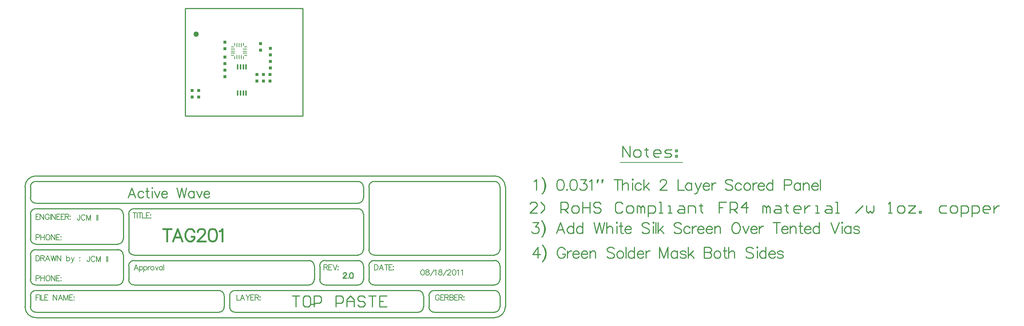
<source format=gtp>
%FSLAX25Y25*%
%MOIN*%
G70*
G01*
G75*
G04 Layer_Color=8421504*
%ADD10R,0.03000X0.03000*%
%ADD11C,0.05000*%
%ADD12R,0.01550X0.05000*%
G04:AMPARAMS|DCode=13|XSize=39.37mil|YSize=9.84mil|CornerRadius=2.46mil|HoleSize=0mil|Usage=FLASHONLY|Rotation=0.000|XOffset=0mil|YOffset=0mil|HoleType=Round|Shape=RoundedRectangle|*
%AMROUNDEDRECTD13*
21,1,0.03937,0.00492,0,0,0.0*
21,1,0.03445,0.00984,0,0,0.0*
1,1,0.00492,0.01722,-0.00246*
1,1,0.00492,-0.01722,-0.00246*
1,1,0.00492,-0.01722,0.00246*
1,1,0.00492,0.01722,0.00246*
%
%ADD13ROUNDEDRECTD13*%
G04:AMPARAMS|DCode=14|XSize=39.37mil|YSize=9.84mil|CornerRadius=2.46mil|HoleSize=0mil|Usage=FLASHONLY|Rotation=90.000|XOffset=0mil|YOffset=0mil|HoleType=Round|Shape=RoundedRectangle|*
%AMROUNDEDRECTD14*
21,1,0.03937,0.00492,0,0,90.0*
21,1,0.03445,0.00984,0,0,90.0*
1,1,0.00492,0.00246,0.01722*
1,1,0.00492,0.00246,-0.01722*
1,1,0.00492,-0.00246,-0.01722*
1,1,0.00492,-0.00246,0.01722*
%
%ADD14ROUNDEDRECTD14*%
G04:AMPARAMS|DCode=15|XSize=25.59mil|YSize=9.84mil|CornerRadius=0mil|HoleSize=0mil|Usage=FLASHONLY|Rotation=90.000|XOffset=0mil|YOffset=0mil|HoleType=Round|Shape=Octagon|*
%AMOCTAGOND15*
4,1,8,0.00246,0.01280,-0.00246,0.01280,-0.00492,0.01034,-0.00492,-0.01034,-0.00246,-0.01280,0.00246,-0.01280,0.00492,-0.01034,0.00492,0.01034,0.00246,0.01280,0.0*
%
%ADD15OCTAGOND15*%

G04:AMPARAMS|DCode=16|XSize=25.59mil|YSize=9.84mil|CornerRadius=0mil|HoleSize=0mil|Usage=FLASHONLY|Rotation=180.000|XOffset=0mil|YOffset=0mil|HoleType=Round|Shape=Octagon|*
%AMOCTAGOND16*
4,1,8,-0.01280,0.00246,-0.01280,-0.00246,-0.01034,-0.00492,0.01034,-0.00492,0.01280,-0.00246,0.01280,0.00246,0.01034,0.00492,-0.01034,0.00492,-0.01280,0.00246,0.0*
%
%ADD16OCTAGOND16*%

%ADD17C,0.01000*%
%ADD18C,0.00800*%
%ADD19C,0.01200*%
%ADD20C,0.02000*%
%ADD21C,0.00500*%
%ADD22C,0.01500*%
%ADD23C,0.00900*%
%ADD24C,0.05200*%
%ADD25R,0.04000X0.06200*%
%ADD26O,0.04000X0.06200*%
%ADD27C,0.05500*%
%ADD28C,0.02600*%
%ADD29R,0.13000X0.34000*%
%ADD30C,0.06000*%
D10*
X6500Y23500D02*
D03*
Y17500D02*
D03*
X12500D02*
D03*
Y23500D02*
D03*
X69000Y66500D02*
D03*
Y60500D02*
D03*
X77900Y38000D02*
D03*
Y32000D02*
D03*
X78000Y50000D02*
D03*
Y44000D02*
D03*
Y56000D02*
D03*
Y62000D02*
D03*
X65900Y32000D02*
D03*
Y38000D02*
D03*
X36400Y48000D02*
D03*
Y54000D02*
D03*
X71900Y32000D02*
D03*
Y38000D02*
D03*
X36500Y42000D02*
D03*
Y36000D02*
D03*
X36400Y67700D02*
D03*
Y61700D02*
D03*
D11*
X10000Y75000D02*
D03*
D12*
X48160Y45000D02*
D03*
X50750D02*
D03*
X53250D02*
D03*
X55840D02*
D03*
Y21000D02*
D03*
X53250D02*
D03*
X50750D02*
D03*
X48160D02*
D03*
D13*
X43900Y59500D02*
D03*
Y61468D02*
D03*
Y57531D02*
D03*
X54805Y61468D02*
D03*
Y59500D02*
D03*
Y57531D02*
D03*
D14*
X51368Y64906D02*
D03*
X49400D02*
D03*
X47431D02*
D03*
X51368Y54000D02*
D03*
X47431D02*
D03*
X49400D02*
D03*
D15*
X53337Y65602D02*
D03*
X45463D02*
D03*
X53337Y53398D02*
D03*
X45463D02*
D03*
D16*
X55502Y63437D02*
D03*
X43298D02*
D03*
X55502Y55563D02*
D03*
X43298D02*
D03*
D17*
X98200Y-165003D02*
X104865D01*
X101532D01*
Y-175000D01*
X113195Y-165003D02*
X109863D01*
X108197Y-166669D01*
Y-173334D01*
X109863Y-175000D01*
X113195D01*
X114861Y-173334D01*
Y-166669D01*
X113195Y-165003D01*
X118193Y-175000D02*
Y-165003D01*
X123192D01*
X124858Y-166669D01*
Y-170002D01*
X123192Y-171668D01*
X118193D01*
X138187Y-175000D02*
Y-165003D01*
X143185D01*
X144852Y-166669D01*
Y-170002D01*
X143185Y-171668D01*
X138187D01*
X148184Y-175000D02*
Y-168335D01*
X151516Y-165003D01*
X154848Y-168335D01*
Y-175000D01*
Y-170002D01*
X148184D01*
X164845Y-166669D02*
X163179Y-165003D01*
X159847D01*
X158181Y-166669D01*
Y-168335D01*
X159847Y-170002D01*
X163179D01*
X164845Y-171668D01*
Y-173334D01*
X163179Y-175000D01*
X159847D01*
X158181Y-173334D01*
X168177Y-165003D02*
X174842D01*
X171510D01*
Y-175000D01*
X184839Y-165003D02*
X178174D01*
Y-175000D01*
X184839D01*
X178174Y-170002D02*
X181506D01*
X0Y98803D02*
X107753D01*
Y-100D02*
Y98803D01*
X114695Y-172498D02*
X118632D01*
X0Y-100D02*
Y98800D01*
Y-100D02*
X107753D01*
X288306Y-137340D02*
G03*
X283406Y-132440I-4900J0D01*
G01*
X173240Y-132514D02*
G03*
X168240Y-137514I0J-5000D01*
G01*
X283306Y-127440D02*
G03*
X288306Y-122440I0J5000D01*
G01*
X168240Y-122514D02*
G03*
X173240Y-127514I5000J0D01*
G01*
X-136760Y-55014D02*
G03*
X-146760Y-65014I0J-10000D01*
G01*
Y-174914D02*
G03*
X-136837Y-185012I10100J0D01*
G01*
X293238Y-64957D02*
G03*
X283238Y-54957I-10000J0D01*
G01*
X288238Y-64857D02*
G03*
X283167Y-59960I-4900J0D01*
G01*
X283306Y-154940D02*
G03*
X288306Y-149940I0J5000D01*
G01*
X288240Y-164927D02*
G03*
X283240Y-160013I-5000J-87D01*
G01*
X158240Y-155014D02*
G03*
X163240Y-150014I0J5000D01*
G01*
X168240Y-150114D02*
G03*
X173225Y-155013I4900J0D01*
G01*
X163240Y-137414D02*
G03*
X158340Y-132514I-4900J0D01*
G01*
X-141760Y-175014D02*
G03*
X-136848Y-180013I5000J0D01*
G01*
X158327Y-127514D02*
G03*
X163241Y-122514I-87J5000D01*
G01*
X-136760Y-160014D02*
G03*
X-141760Y-165014I0J-5000D01*
G01*
X163240Y-90014D02*
G03*
X158240Y-85014I-5000J0D01*
G01*
Y-80014D02*
G03*
X163240Y-75014I0J5000D01*
G01*
X173240Y-60014D02*
G03*
X168240Y-65014I0J-5000D01*
G01*
X163240Y-65014D02*
G03*
X158240Y-60014I-5000J0D01*
G01*
X-136760Y-60014D02*
G03*
X-141760Y-65014I0J-5000D01*
G01*
Y-75014D02*
G03*
X-136760Y-80014I5000J0D01*
G01*
Y-85014D02*
G03*
X-141760Y-90014I0J-5000D01*
G01*
Y-112514D02*
G03*
X-136760Y-117514I5000J0D01*
G01*
Y-122514D02*
G03*
X-141760Y-127514I0J-5000D01*
G01*
X-141760Y-150014D02*
G03*
X-136848Y-155013I5000J0D01*
G01*
X-46760Y-85014D02*
G03*
X-51760Y-90014I0J-5000D01*
G01*
X-46760Y-132514D02*
G03*
X-51760Y-137514I0J-5000D01*
G01*
X128040Y-132514D02*
G03*
X123246Y-137565I0J-4800D01*
G01*
X123240Y-149914D02*
G03*
X128251Y-155013I5100J0D01*
G01*
X113340Y-155014D02*
G03*
X118239Y-150029I0J4900D01*
G01*
X118240Y-137414D02*
G03*
X113340Y-132514I-4900J0D01*
G01*
X-61660Y-155014D02*
G03*
X-56760Y-150114I0J4900D01*
G01*
X-51760D02*
G03*
X-46860Y-155014I4900J0D01*
G01*
X-51760Y-122614D02*
G03*
X-46860Y-127514I4900J0D01*
G01*
X-56760Y-127414D02*
G03*
X-61831Y-122517I-4900J0D01*
G01*
X-61560Y-117514D02*
G03*
X-56760Y-112714I0J4800D01*
G01*
Y-89914D02*
G03*
X-61660Y-85014I-4900J0D01*
G01*
X228240Y-160014D02*
G03*
X223240Y-165014I0J-5000D01*
G01*
Y-175114D02*
G03*
X228225Y-180013I4900J0D01*
G01*
X213356Y-180014D02*
G03*
X218238Y-175047I84J4800D01*
G01*
X218240Y-165014D02*
G03*
X213240Y-160014I-5000J0D01*
G01*
X40740Y-175014D02*
G03*
X45652Y-180013I5000J0D01*
G01*
X45740Y-160014D02*
G03*
X40740Y-165014I0J-5000D01*
G01*
X30856Y-180014D02*
G03*
X35738Y-175047I84J4800D01*
G01*
X35740Y-165014D02*
G03*
X30740Y-160014I-5000J0D01*
G01*
X283240Y-180014D02*
G03*
X288240Y-175014I0J5000D01*
G01*
X283240Y-185014D02*
G03*
X293240Y-175014I0J10000D01*
G01*
X45740Y-180014D02*
X213240D01*
X-136760Y-180014D02*
X30740D01*
X-136760Y-160014D02*
X30740D01*
X45740D02*
X213240D01*
X228240Y-180014D02*
X283240D01*
X228240Y-160014D02*
X283240D01*
X-136760Y-60014D02*
X158240D01*
X-136760Y-185014D02*
X283240D01*
X-136760Y-155014D02*
X-61760D01*
X-136760Y-122514D02*
X-61760D01*
X-136760Y-117514D02*
X-61760D01*
X-136760Y-85014D02*
X-61760D01*
X-136760Y-80014D02*
X158240D01*
X-46760Y-85014D02*
X158240D01*
X-46760Y-132514D02*
X113240D01*
X-46760Y-155014D02*
X113240D01*
X128240D02*
X158240D01*
X128240Y-132514D02*
X158240D01*
X173240Y-155014D02*
X283240D01*
X173240Y-60014D02*
X283240D01*
X-46760Y-127514D02*
X158240D01*
X173240D02*
X283240D01*
X173240Y-132514D02*
X283240D01*
X35740Y-175014D02*
Y-165014D01*
X40740Y-175014D02*
Y-165014D01*
X218240Y-175014D02*
Y-165014D01*
X223240Y-175014D02*
Y-165014D01*
X293240Y-175014D02*
Y-65014D01*
X-141760Y-150014D02*
Y-127514D01*
X-56760Y-150014D02*
Y-127514D01*
X-141760Y-112514D02*
Y-90014D01*
X-56760Y-112514D02*
Y-90014D01*
X-141760Y-75014D02*
Y-65014D01*
X163240Y-75014D02*
Y-65014D01*
Y-122514D02*
Y-90014D01*
X-51760Y-122514D02*
Y-90014D01*
X118240Y-150014D02*
Y-137514D01*
X-51760Y-150014D02*
Y-137514D01*
X123240Y-150014D02*
Y-137514D01*
X163240Y-150014D02*
Y-137514D01*
X-141760Y-175014D02*
Y-165014D01*
X-146760Y-175014D02*
Y-65014D01*
X168240Y-122514D02*
Y-65014D01*
X288240Y-122514D02*
Y-65014D01*
X168240Y-150014D02*
Y-137514D01*
X288306Y-149940D02*
Y-137340D01*
X-136760Y-55014D02*
X283240D01*
X288240Y-175014D02*
Y-165014D01*
X323027Y-120328D02*
X318266Y-126993D01*
X325408D01*
X323027Y-120328D02*
Y-130326D01*
X327169Y-118424D02*
X328121Y-119376D01*
X329073Y-120804D01*
X330026Y-122709D01*
X330502Y-125089D01*
Y-126993D01*
X330026Y-129374D01*
X329073Y-131278D01*
X328121Y-132706D01*
X327169Y-133659D01*
X328121Y-119376D02*
X329073Y-121280D01*
X329549Y-122709D01*
X330026Y-125089D01*
Y-126993D01*
X329549Y-129374D01*
X329073Y-130802D01*
X328121Y-132706D01*
X347926Y-122709D02*
X347450Y-121756D01*
X346498Y-120804D01*
X345546Y-120328D01*
X343642D01*
X342689Y-120804D01*
X341737Y-121756D01*
X341261Y-122709D01*
X340785Y-124137D01*
Y-126517D01*
X341261Y-127945D01*
X341737Y-128898D01*
X342689Y-129850D01*
X343642Y-130326D01*
X345546D01*
X346498Y-129850D01*
X347450Y-128898D01*
X347926Y-127945D01*
Y-126517D01*
X345546D02*
X347926D01*
X350212Y-123661D02*
Y-130326D01*
Y-126517D02*
X350688Y-125089D01*
X351640Y-124137D01*
X352592Y-123661D01*
X354020D01*
X354925Y-126517D02*
X360638D01*
Y-125565D01*
X360162Y-124613D01*
X359686Y-124137D01*
X358734Y-123661D01*
X357305D01*
X356353Y-124137D01*
X355401Y-125089D01*
X354925Y-126517D01*
Y-127470D01*
X355401Y-128898D01*
X356353Y-129850D01*
X357305Y-130326D01*
X358734D01*
X359686Y-129850D01*
X360638Y-128898D01*
X362780Y-126517D02*
X368494D01*
Y-125565D01*
X368017Y-124613D01*
X367541Y-124137D01*
X366589Y-123661D01*
X365161D01*
X364209Y-124137D01*
X363257Y-125089D01*
X362780Y-126517D01*
Y-127470D01*
X363257Y-128898D01*
X364209Y-129850D01*
X365161Y-130326D01*
X366589D01*
X367541Y-129850D01*
X368494Y-128898D01*
X370636Y-123661D02*
Y-130326D01*
Y-125565D02*
X372064Y-124137D01*
X373016Y-123661D01*
X374445D01*
X375397Y-124137D01*
X375873Y-125565D01*
Y-130326D01*
X393012Y-121756D02*
X392060Y-120804D01*
X390632Y-120328D01*
X388727D01*
X387299Y-120804D01*
X386347Y-121756D01*
Y-122709D01*
X386823Y-123661D01*
X387299Y-124137D01*
X388251Y-124613D01*
X391108Y-125565D01*
X392060Y-126041D01*
X392536Y-126517D01*
X393012Y-127470D01*
Y-128898D01*
X392060Y-129850D01*
X390632Y-130326D01*
X388727D01*
X387299Y-129850D01*
X386347Y-128898D01*
X397630Y-123661D02*
X396678Y-124137D01*
X395726Y-125089D01*
X395250Y-126517D01*
Y-127470D01*
X395726Y-128898D01*
X396678Y-129850D01*
X397630Y-130326D01*
X399058D01*
X400010Y-129850D01*
X400963Y-128898D01*
X401439Y-127470D01*
Y-126517D01*
X400963Y-125089D01*
X400010Y-124137D01*
X399058Y-123661D01*
X397630D01*
X403629Y-120328D02*
Y-130326D01*
X411437Y-120328D02*
Y-130326D01*
Y-125089D02*
X410485Y-124137D01*
X409532Y-123661D01*
X408104D01*
X407152Y-124137D01*
X406200Y-125089D01*
X405724Y-126517D01*
Y-127470D01*
X406200Y-128898D01*
X407152Y-129850D01*
X408104Y-130326D01*
X409532D01*
X410485Y-129850D01*
X411437Y-128898D01*
X414103Y-126517D02*
X419816D01*
Y-125565D01*
X419340Y-124613D01*
X418864Y-124137D01*
X417911Y-123661D01*
X416483D01*
X415531Y-124137D01*
X414579Y-125089D01*
X414103Y-126517D01*
Y-127470D01*
X414579Y-128898D01*
X415531Y-129850D01*
X416483Y-130326D01*
X417911D01*
X418864Y-129850D01*
X419816Y-128898D01*
X421958Y-123661D02*
Y-130326D01*
Y-126517D02*
X422434Y-125089D01*
X423386Y-124137D01*
X424339Y-123661D01*
X425767D01*
X434527Y-120328D02*
Y-130326D01*
Y-120328D02*
X438336Y-130326D01*
X442144Y-120328D02*
X438336Y-130326D01*
X442144Y-120328D02*
Y-130326D01*
X450714Y-123661D02*
Y-130326D01*
Y-125089D02*
X449762Y-124137D01*
X448810Y-123661D01*
X447381D01*
X446429Y-124137D01*
X445477Y-125089D01*
X445001Y-126517D01*
Y-127470D01*
X445477Y-128898D01*
X446429Y-129850D01*
X447381Y-130326D01*
X448810D01*
X449762Y-129850D01*
X450714Y-128898D01*
X458617Y-125089D02*
X458141Y-124137D01*
X456713Y-123661D01*
X455284D01*
X453856Y-124137D01*
X453380Y-125089D01*
X453856Y-126041D01*
X454808Y-126517D01*
X457189Y-126993D01*
X458141Y-127470D01*
X458617Y-128422D01*
Y-128898D01*
X458141Y-129850D01*
X456713Y-130326D01*
X455284D01*
X453856Y-129850D01*
X453380Y-128898D01*
X460712Y-120328D02*
Y-130326D01*
X465473Y-123661D02*
X460712Y-128422D01*
X462616Y-126517D02*
X465949Y-130326D01*
X475375Y-120328D02*
Y-130326D01*
Y-120328D02*
X479660D01*
X481088Y-120804D01*
X481565Y-121280D01*
X482041Y-122232D01*
Y-123185D01*
X481565Y-124137D01*
X481088Y-124613D01*
X479660Y-125089D01*
X475375D02*
X479660D01*
X481088Y-125565D01*
X481565Y-126041D01*
X482041Y-126993D01*
Y-128422D01*
X481565Y-129374D01*
X481088Y-129850D01*
X479660Y-130326D01*
X475375D01*
X486659Y-123661D02*
X485707Y-124137D01*
X484754Y-125089D01*
X484278Y-126517D01*
Y-127470D01*
X484754Y-128898D01*
X485707Y-129850D01*
X486659Y-130326D01*
X488087D01*
X489039Y-129850D01*
X489991Y-128898D01*
X490467Y-127470D01*
Y-126517D01*
X489991Y-125089D01*
X489039Y-124137D01*
X488087Y-123661D01*
X486659D01*
X494086Y-120328D02*
Y-128422D01*
X494562Y-129850D01*
X495514Y-130326D01*
X496466D01*
X492657Y-123661D02*
X495990D01*
X497894Y-120328D02*
Y-130326D01*
Y-125565D02*
X499323Y-124137D01*
X500275Y-123661D01*
X501703D01*
X502655Y-124137D01*
X503131Y-125565D01*
Y-130326D01*
X520270Y-121756D02*
X519318Y-120804D01*
X517890Y-120328D01*
X515986D01*
X514557Y-120804D01*
X513605Y-121756D01*
Y-122709D01*
X514081Y-123661D01*
X514557Y-124137D01*
X515510Y-124613D01*
X518366Y-125565D01*
X519318Y-126041D01*
X519794Y-126517D01*
X520270Y-127470D01*
Y-128898D01*
X519318Y-129850D01*
X517890Y-130326D01*
X515986D01*
X514557Y-129850D01*
X513605Y-128898D01*
X523460Y-120328D02*
X523936Y-120804D01*
X524412Y-120328D01*
X523936Y-119852D01*
X523460Y-120328D01*
X523936Y-123661D02*
Y-130326D01*
X531887Y-120328D02*
Y-130326D01*
Y-125089D02*
X530935Y-124137D01*
X529983Y-123661D01*
X528554D01*
X527602Y-124137D01*
X526650Y-125089D01*
X526174Y-126517D01*
Y-127470D01*
X526650Y-128898D01*
X527602Y-129850D01*
X528554Y-130326D01*
X529983D01*
X530935Y-129850D01*
X531887Y-128898D01*
X534553Y-126517D02*
X540266D01*
Y-125565D01*
X539790Y-124613D01*
X539314Y-124137D01*
X538362Y-123661D01*
X536934D01*
X535981Y-124137D01*
X535029Y-125089D01*
X534553Y-126517D01*
Y-127470D01*
X535029Y-128898D01*
X535981Y-129850D01*
X536934Y-130326D01*
X538362D01*
X539314Y-129850D01*
X540266Y-128898D01*
X547646Y-125089D02*
X547169Y-124137D01*
X545741Y-123661D01*
X544313D01*
X542885Y-124137D01*
X542409Y-125089D01*
X542885Y-126041D01*
X543837Y-126517D01*
X546217Y-126993D01*
X547169Y-127470D01*
X547646Y-128422D01*
Y-128898D01*
X547169Y-129850D01*
X545741Y-130326D01*
X544313D01*
X542885Y-129850D01*
X542409Y-128898D01*
X400874Y-37626D02*
Y-27629D01*
X407538Y-37626D01*
Y-27629D01*
X412537Y-37626D02*
X415869D01*
X417535Y-35960D01*
Y-32628D01*
X415869Y-30962D01*
X412537D01*
X410871Y-32628D01*
Y-35960D01*
X412537Y-37626D01*
X422533Y-29295D02*
Y-30962D01*
X420867D01*
X424199D01*
X422533D01*
Y-35960D01*
X424199Y-37626D01*
X434196D02*
X430864D01*
X429198Y-35960D01*
Y-32628D01*
X430864Y-30962D01*
X434196D01*
X435862Y-32628D01*
Y-34294D01*
X429198D01*
X439195Y-37626D02*
X444193D01*
X445859Y-35960D01*
X444193Y-34294D01*
X440861D01*
X439195Y-32628D01*
X440861Y-30962D01*
X445859D01*
X449192D02*
X450858D01*
Y-32628D01*
X449192D01*
Y-30962D01*
Y-35960D02*
X450858D01*
Y-37626D01*
X449192D01*
Y-35960D01*
X319372Y-60042D02*
X320324Y-59566D01*
X321753Y-58138D01*
Y-68135D01*
X326704Y-56233D02*
X327656Y-57185D01*
X328608Y-58614D01*
X329560Y-60518D01*
X330037Y-62898D01*
Y-64803D01*
X329560Y-67183D01*
X328608Y-69087D01*
X327656Y-70516D01*
X326704Y-71468D01*
X327656Y-57185D02*
X328608Y-59090D01*
X329084Y-60518D01*
X329560Y-62898D01*
Y-64803D01*
X329084Y-67183D01*
X328608Y-68611D01*
X327656Y-70516D01*
X343177Y-58138D02*
X341748Y-58614D01*
X340796Y-60042D01*
X340320Y-62422D01*
Y-63850D01*
X340796Y-66231D01*
X341748Y-67659D01*
X343177Y-68135D01*
X344129D01*
X345557Y-67659D01*
X346509Y-66231D01*
X346985Y-63850D01*
Y-62422D01*
X346509Y-60042D01*
X345557Y-58614D01*
X344129Y-58138D01*
X343177D01*
X349699Y-67183D02*
X349223Y-67659D01*
X349699Y-68135D01*
X350175Y-67659D01*
X349699Y-67183D01*
X355222Y-58138D02*
X353793Y-58614D01*
X352841Y-60042D01*
X352365Y-62422D01*
Y-63850D01*
X352841Y-66231D01*
X353793Y-67659D01*
X355222Y-68135D01*
X356174D01*
X357602Y-67659D01*
X358554Y-66231D01*
X359030Y-63850D01*
Y-62422D01*
X358554Y-60042D01*
X357602Y-58614D01*
X356174Y-58138D01*
X355222D01*
X362220D02*
X367457D01*
X364601Y-61946D01*
X366029D01*
X366981Y-62422D01*
X367457Y-62898D01*
X367933Y-64327D01*
Y-65279D01*
X367457Y-66707D01*
X366505Y-67659D01*
X365077Y-68135D01*
X363648D01*
X362220Y-67659D01*
X361744Y-67183D01*
X361268Y-66231D01*
X370171Y-60042D02*
X371123Y-59566D01*
X372551Y-58138D01*
Y-68135D01*
X377979Y-58138D02*
X377503Y-58614D01*
Y-61470D01*
X377979Y-58614D02*
X377503Y-61470D01*
X377979Y-58138D02*
X378455Y-58614D01*
X377503Y-61470D01*
X382263Y-58138D02*
X381787Y-58614D01*
Y-61470D01*
X382263Y-58614D02*
X381787Y-61470D01*
X382263Y-58138D02*
X382740Y-58614D01*
X381787Y-61470D01*
X396022Y-58138D02*
Y-68135D01*
X392690Y-58138D02*
X399355D01*
X400545D02*
Y-68135D01*
Y-63374D02*
X401973Y-61946D01*
X402926Y-61470D01*
X404354D01*
X405306Y-61946D01*
X405782Y-63374D01*
Y-68135D01*
X409353Y-58138D02*
X409829Y-58614D01*
X410305Y-58138D01*
X409829Y-57661D01*
X409353Y-58138D01*
X409829Y-61470D02*
Y-68135D01*
X417780Y-62898D02*
X416827Y-61946D01*
X415875Y-61470D01*
X414447D01*
X413495Y-61946D01*
X412543Y-62898D01*
X412067Y-64327D01*
Y-65279D01*
X412543Y-66707D01*
X413495Y-67659D01*
X414447Y-68135D01*
X415875D01*
X416827Y-67659D01*
X417780Y-66707D01*
X419922Y-58138D02*
Y-68135D01*
X424683Y-61470D02*
X419922Y-66231D01*
X421826Y-64327D02*
X425159Y-68135D01*
X435062Y-60518D02*
Y-60042D01*
X435538Y-59090D01*
X436014Y-58614D01*
X436966Y-58138D01*
X438870D01*
X439823Y-58614D01*
X440299Y-59090D01*
X440775Y-60042D01*
Y-60994D01*
X440299Y-61946D01*
X439347Y-63374D01*
X434586Y-68135D01*
X441251D01*
X451344Y-58138D02*
Y-68135D01*
X457057D01*
X463865Y-61470D02*
Y-68135D01*
Y-62898D02*
X462913Y-61946D01*
X461961Y-61470D01*
X460532D01*
X459580Y-61946D01*
X458628Y-62898D01*
X458152Y-64327D01*
Y-65279D01*
X458628Y-66707D01*
X459580Y-67659D01*
X460532Y-68135D01*
X461961D01*
X462913Y-67659D01*
X463865Y-66707D01*
X467007Y-61470D02*
X469864Y-68135D01*
X472720Y-61470D02*
X469864Y-68135D01*
X468912Y-70040D01*
X467959Y-70992D01*
X467007Y-71468D01*
X466531D01*
X474387Y-64327D02*
X480100D01*
Y-63374D01*
X479624Y-62422D01*
X479147Y-61946D01*
X478195Y-61470D01*
X476767D01*
X475815Y-61946D01*
X474863Y-62898D01*
X474387Y-64327D01*
Y-65279D01*
X474863Y-66707D01*
X475815Y-67659D01*
X476767Y-68135D01*
X478195D01*
X479147Y-67659D01*
X480100Y-66707D01*
X482242Y-61470D02*
Y-68135D01*
Y-64327D02*
X482718Y-62898D01*
X483670Y-61946D01*
X484622Y-61470D01*
X486051D01*
X501476Y-59566D02*
X500524Y-58614D01*
X499096Y-58138D01*
X497191D01*
X495763Y-58614D01*
X494811Y-59566D01*
Y-60518D01*
X495287Y-61470D01*
X495763Y-61946D01*
X496715Y-62422D01*
X499572Y-63374D01*
X500524Y-63850D01*
X501000Y-64327D01*
X501476Y-65279D01*
Y-66707D01*
X500524Y-67659D01*
X499096Y-68135D01*
X497191D01*
X495763Y-67659D01*
X494811Y-66707D01*
X509427Y-62898D02*
X508474Y-61946D01*
X507522Y-61470D01*
X506094D01*
X505142Y-61946D01*
X504190Y-62898D01*
X503714Y-64327D01*
Y-65279D01*
X504190Y-66707D01*
X505142Y-67659D01*
X506094Y-68135D01*
X507522D01*
X508474Y-67659D01*
X509427Y-66707D01*
X513949Y-61470D02*
X512997Y-61946D01*
X512045Y-62898D01*
X511569Y-64327D01*
Y-65279D01*
X512045Y-66707D01*
X512997Y-67659D01*
X513949Y-68135D01*
X515378D01*
X516330Y-67659D01*
X517282Y-66707D01*
X517758Y-65279D01*
Y-64327D01*
X517282Y-62898D01*
X516330Y-61946D01*
X515378Y-61470D01*
X513949D01*
X519948D02*
Y-68135D01*
Y-64327D02*
X520424Y-62898D01*
X521377Y-61946D01*
X522329Y-61470D01*
X523757D01*
X524661Y-64327D02*
X530375D01*
Y-63374D01*
X529899Y-62422D01*
X529422Y-61946D01*
X528470Y-61470D01*
X527042D01*
X526090Y-61946D01*
X525138Y-62898D01*
X524661Y-64327D01*
Y-65279D01*
X525138Y-66707D01*
X526090Y-67659D01*
X527042Y-68135D01*
X528470D01*
X529422Y-67659D01*
X530375Y-66707D01*
X538230Y-58138D02*
Y-68135D01*
Y-62898D02*
X537278Y-61946D01*
X536326Y-61470D01*
X534898D01*
X533945Y-61946D01*
X532993Y-62898D01*
X532517Y-64327D01*
Y-65279D01*
X532993Y-66707D01*
X533945Y-67659D01*
X534898Y-68135D01*
X536326D01*
X537278Y-67659D01*
X538230Y-66707D01*
X548752Y-63374D02*
X553036D01*
X554465Y-62898D01*
X554941Y-62422D01*
X555417Y-61470D01*
Y-60042D01*
X554941Y-59090D01*
X554465Y-58614D01*
X553036Y-58138D01*
X548752D01*
Y-68135D01*
X563368Y-61470D02*
Y-68135D01*
Y-62898D02*
X562415Y-61946D01*
X561463Y-61470D01*
X560035D01*
X559083Y-61946D01*
X558131Y-62898D01*
X557654Y-64327D01*
Y-65279D01*
X558131Y-66707D01*
X559083Y-67659D01*
X560035Y-68135D01*
X561463D01*
X562415Y-67659D01*
X563368Y-66707D01*
X566034Y-61470D02*
Y-68135D01*
Y-63374D02*
X567462Y-61946D01*
X568414Y-61470D01*
X569842D01*
X570794Y-61946D01*
X571271Y-63374D01*
Y-68135D01*
X573889Y-64327D02*
X579602D01*
Y-63374D01*
X579126Y-62422D01*
X578650Y-61946D01*
X577698Y-61470D01*
X576269D01*
X575317Y-61946D01*
X574365Y-62898D01*
X573889Y-64327D01*
Y-65279D01*
X574365Y-66707D01*
X575317Y-67659D01*
X576269Y-68135D01*
X577698D01*
X578650Y-67659D01*
X579602Y-66707D01*
X581745Y-58138D02*
Y-68135D01*
X318352Y-97802D02*
X323589D01*
X320733Y-101611D01*
X322161D01*
X323113Y-102087D01*
X323589Y-102563D01*
X324065Y-103991D01*
Y-104944D01*
X323589Y-106372D01*
X322637Y-107324D01*
X321209Y-107800D01*
X319780D01*
X318352Y-107324D01*
X317876Y-106848D01*
X317400Y-105896D01*
X326303Y-95898D02*
X327255Y-96850D01*
X328207Y-98278D01*
X329159Y-100183D01*
X329636Y-102563D01*
Y-104467D01*
X329159Y-106848D01*
X328207Y-108752D01*
X327255Y-110180D01*
X326303Y-111133D01*
X327255Y-96850D02*
X328207Y-98754D01*
X328683Y-100183D01*
X329159Y-102563D01*
Y-104467D01*
X328683Y-106848D01*
X328207Y-108276D01*
X327255Y-110180D01*
X347536Y-107800D02*
X343728Y-97802D01*
X339919Y-107800D01*
X341347Y-104467D02*
X346108D01*
X355582Y-97802D02*
Y-107800D01*
Y-102563D02*
X354630Y-101611D01*
X353678Y-101135D01*
X352250D01*
X351297Y-101611D01*
X350345Y-102563D01*
X349869Y-103991D01*
Y-104944D01*
X350345Y-106372D01*
X351297Y-107324D01*
X352250Y-107800D01*
X353678D01*
X354630Y-107324D01*
X355582Y-106372D01*
X363962Y-97802D02*
Y-107800D01*
Y-102563D02*
X363009Y-101611D01*
X362057Y-101135D01*
X360629D01*
X359677Y-101611D01*
X358724Y-102563D01*
X358248Y-103991D01*
Y-104944D01*
X358724Y-106372D01*
X359677Y-107324D01*
X360629Y-107800D01*
X362057D01*
X363009Y-107324D01*
X363962Y-106372D01*
X374483Y-97802D02*
X376864Y-107800D01*
X379244Y-97802D02*
X376864Y-107800D01*
X379244Y-97802D02*
X381624Y-107800D01*
X384005Y-97802D02*
X381624Y-107800D01*
X386004Y-97802D02*
Y-107800D01*
Y-103039D02*
X387433Y-101611D01*
X388385Y-101135D01*
X389813D01*
X390765Y-101611D01*
X391241Y-103039D01*
Y-107800D01*
X394812Y-97802D02*
X395288Y-98278D01*
X395764Y-97802D01*
X395288Y-97326D01*
X394812Y-97802D01*
X395288Y-101135D02*
Y-107800D01*
X398954Y-97802D02*
Y-105896D01*
X399430Y-107324D01*
X400382Y-107800D01*
X401334D01*
X397526Y-101135D02*
X400858D01*
X402763Y-103991D02*
X408476D01*
Y-103039D01*
X408000Y-102087D01*
X407523Y-101611D01*
X406571Y-101135D01*
X405143D01*
X404191Y-101611D01*
X403239Y-102563D01*
X402763Y-103991D01*
Y-104944D01*
X403239Y-106372D01*
X404191Y-107324D01*
X405143Y-107800D01*
X406571D01*
X407523Y-107324D01*
X408476Y-106372D01*
X425139Y-99230D02*
X424187Y-98278D01*
X422758Y-97802D01*
X420854D01*
X419426Y-98278D01*
X418474Y-99230D01*
Y-100183D01*
X418950Y-101135D01*
X419426Y-101611D01*
X420378Y-102087D01*
X423235Y-103039D01*
X424187Y-103515D01*
X424663Y-103991D01*
X425139Y-104944D01*
Y-106372D01*
X424187Y-107324D01*
X422758Y-107800D01*
X420854D01*
X419426Y-107324D01*
X418474Y-106372D01*
X428329Y-97802D02*
X428805Y-98278D01*
X429281Y-97802D01*
X428805Y-97326D01*
X428329Y-97802D01*
X428805Y-101135D02*
Y-107800D01*
X431042Y-97802D02*
Y-107800D01*
X433137Y-97802D02*
Y-107800D01*
X437898Y-101135D02*
X433137Y-105896D01*
X435041Y-103991D02*
X438374Y-107800D01*
X454466Y-99230D02*
X453514Y-98278D01*
X452085Y-97802D01*
X450181D01*
X448753Y-98278D01*
X447801Y-99230D01*
Y-100183D01*
X448277Y-101135D01*
X448753Y-101611D01*
X449705Y-102087D01*
X452562Y-103039D01*
X453514Y-103515D01*
X453990Y-103991D01*
X454466Y-104944D01*
Y-106372D01*
X453514Y-107324D01*
X452085Y-107800D01*
X450181D01*
X448753Y-107324D01*
X447801Y-106372D01*
X462417Y-102563D02*
X461464Y-101611D01*
X460512Y-101135D01*
X459084D01*
X458132Y-101611D01*
X457180Y-102563D01*
X456704Y-103991D01*
Y-104944D01*
X457180Y-106372D01*
X458132Y-107324D01*
X459084Y-107800D01*
X460512D01*
X461464Y-107324D01*
X462417Y-106372D01*
X464559Y-101135D02*
Y-107800D01*
Y-103991D02*
X465035Y-102563D01*
X465987Y-101611D01*
X466939Y-101135D01*
X468368D01*
X469272Y-103991D02*
X474985D01*
Y-103039D01*
X474509Y-102087D01*
X474033Y-101611D01*
X473081Y-101135D01*
X471653D01*
X470701Y-101611D01*
X469748Y-102563D01*
X469272Y-103991D01*
Y-104944D01*
X469748Y-106372D01*
X470701Y-107324D01*
X471653Y-107800D01*
X473081D01*
X474033Y-107324D01*
X474985Y-106372D01*
X477128Y-103991D02*
X482841D01*
Y-103039D01*
X482365Y-102087D01*
X481889Y-101611D01*
X480936Y-101135D01*
X479508D01*
X478556Y-101611D01*
X477604Y-102563D01*
X477128Y-103991D01*
Y-104944D01*
X477604Y-106372D01*
X478556Y-107324D01*
X479508Y-107800D01*
X480936D01*
X481889Y-107324D01*
X482841Y-106372D01*
X484983Y-101135D02*
Y-107800D01*
Y-103039D02*
X486411Y-101611D01*
X487364Y-101135D01*
X488792D01*
X489744Y-101611D01*
X490220Y-103039D01*
Y-107800D01*
X503551Y-97802D02*
X502598Y-98278D01*
X501646Y-99230D01*
X501170Y-100183D01*
X500694Y-101611D01*
Y-103991D01*
X501170Y-105420D01*
X501646Y-106372D01*
X502598Y-107324D01*
X503551Y-107800D01*
X505455D01*
X506407Y-107324D01*
X507359Y-106372D01*
X507835Y-105420D01*
X508312Y-103991D01*
Y-101611D01*
X507835Y-100183D01*
X507359Y-99230D01*
X506407Y-98278D01*
X505455Y-97802D01*
X503551D01*
X510644Y-101135D02*
X513501Y-107800D01*
X516357Y-101135D02*
X513501Y-107800D01*
X517976Y-103991D02*
X523689D01*
Y-103039D01*
X523213Y-102087D01*
X522737Y-101611D01*
X521785Y-101135D01*
X520357D01*
X519404Y-101611D01*
X518452Y-102563D01*
X517976Y-103991D01*
Y-104944D01*
X518452Y-106372D01*
X519404Y-107324D01*
X520357Y-107800D01*
X521785D01*
X522737Y-107324D01*
X523689Y-106372D01*
X525832Y-101135D02*
Y-107800D01*
Y-103991D02*
X526308Y-102563D01*
X527260Y-101611D01*
X528212Y-101135D01*
X529640D01*
X541733Y-97802D02*
Y-107800D01*
X538400Y-97802D02*
X545065D01*
X546256Y-103991D02*
X551969D01*
Y-103039D01*
X551493Y-102087D01*
X551017Y-101611D01*
X550064Y-101135D01*
X548636D01*
X547684Y-101611D01*
X546732Y-102563D01*
X546256Y-103991D01*
Y-104944D01*
X546732Y-106372D01*
X547684Y-107324D01*
X548636Y-107800D01*
X550064D01*
X551017Y-107324D01*
X551969Y-106372D01*
X554111Y-101135D02*
Y-107800D01*
Y-103039D02*
X555540Y-101611D01*
X556492Y-101135D01*
X557920D01*
X558872Y-101611D01*
X559348Y-103039D01*
Y-107800D01*
X563395Y-97802D02*
Y-105896D01*
X563871Y-107324D01*
X564823Y-107800D01*
X565775D01*
X561967Y-101135D02*
X565299D01*
X567204Y-103991D02*
X572917D01*
Y-103039D01*
X572441Y-102087D01*
X571965Y-101611D01*
X571012Y-101135D01*
X569584D01*
X568632Y-101611D01*
X567680Y-102563D01*
X567204Y-103991D01*
Y-104944D01*
X567680Y-106372D01*
X568632Y-107324D01*
X569584Y-107800D01*
X571012D01*
X571965Y-107324D01*
X572917Y-106372D01*
X580772Y-97802D02*
Y-107800D01*
Y-102563D02*
X579820Y-101611D01*
X578868Y-101135D01*
X577439D01*
X576487Y-101611D01*
X575535Y-102563D01*
X575059Y-103991D01*
Y-104944D01*
X575535Y-106372D01*
X576487Y-107324D01*
X577439Y-107800D01*
X578868D01*
X579820Y-107324D01*
X580772Y-106372D01*
X591294Y-97802D02*
X595102Y-107800D01*
X598911Y-97802D02*
X595102Y-107800D01*
X601149Y-97802D02*
X601625Y-98278D01*
X602101Y-97802D01*
X601625Y-97326D01*
X601149Y-97802D01*
X601625Y-101135D02*
Y-107800D01*
X609576Y-101135D02*
Y-107800D01*
Y-102563D02*
X608623Y-101611D01*
X607671Y-101135D01*
X606243D01*
X605291Y-101611D01*
X604339Y-102563D01*
X603862Y-103991D01*
Y-104944D01*
X604339Y-106372D01*
X605291Y-107324D01*
X606243Y-107800D01*
X607671D01*
X608623Y-107324D01*
X609576Y-106372D01*
X617479Y-102563D02*
X617002Y-101611D01*
X615574Y-101135D01*
X614146D01*
X612718Y-101611D01*
X612242Y-102563D01*
X612718Y-103515D01*
X613670Y-103991D01*
X616050Y-104467D01*
X617002Y-104944D01*
X617479Y-105896D01*
Y-106372D01*
X617002Y-107324D01*
X615574Y-107800D01*
X614146D01*
X612718Y-107324D01*
X612242Y-106372D01*
X322463Y-88942D02*
X315798D01*
X322463Y-82278D01*
Y-80612D01*
X320797Y-78946D01*
X317465D01*
X315798Y-80612D01*
X325795Y-88942D02*
X329128Y-85610D01*
Y-82278D01*
X325795Y-78946D01*
X344123Y-88942D02*
Y-78946D01*
X349121D01*
X350787Y-80612D01*
Y-83944D01*
X349121Y-85610D01*
X344123D01*
X347455D02*
X350787Y-88942D01*
X355785D02*
X359118D01*
X360784Y-87276D01*
Y-83944D01*
X359118Y-82278D01*
X355785D01*
X354119Y-83944D01*
Y-87276D01*
X355785Y-88942D01*
X364116Y-78946D02*
Y-88942D01*
Y-83944D01*
X370781D01*
Y-78946D01*
Y-88942D01*
X380777Y-80612D02*
X379111Y-78946D01*
X375779D01*
X374113Y-80612D01*
Y-82278D01*
X375779Y-83944D01*
X379111D01*
X380777Y-85610D01*
Y-87276D01*
X379111Y-88942D01*
X375779D01*
X374113Y-87276D01*
X400771Y-80612D02*
X399105Y-78946D01*
X395773D01*
X394107Y-80612D01*
Y-87276D01*
X395773Y-88942D01*
X399105D01*
X400771Y-87276D01*
X405769Y-88942D02*
X409102D01*
X410768Y-87276D01*
Y-83944D01*
X409102Y-82278D01*
X405769D01*
X404103Y-83944D01*
Y-87276D01*
X405769Y-88942D01*
X414100D02*
Y-82278D01*
X415766D01*
X417432Y-83944D01*
Y-88942D01*
Y-83944D01*
X419098Y-82278D01*
X420764Y-83944D01*
Y-88942D01*
X424097Y-92275D02*
Y-82278D01*
X429095D01*
X430761Y-83944D01*
Y-87276D01*
X429095Y-88942D01*
X424097D01*
X434094D02*
X437426D01*
X435760D01*
Y-78946D01*
X434094D01*
X442424Y-88942D02*
X445756D01*
X444090D01*
Y-82278D01*
X442424D01*
X452421D02*
X455753D01*
X457419Y-83944D01*
Y-88942D01*
X452421D01*
X450755Y-87276D01*
X452421Y-85610D01*
X457419D01*
X460752Y-88942D02*
Y-82278D01*
X465750D01*
X467416Y-83944D01*
Y-88942D01*
X472414Y-80612D02*
Y-82278D01*
X470748D01*
X474081D01*
X472414D01*
Y-87276D01*
X474081Y-88942D01*
X495740Y-78946D02*
X489076D01*
Y-83944D01*
X492408D01*
X489076D01*
Y-88942D01*
X499073D02*
Y-78946D01*
X504071D01*
X505737Y-80612D01*
Y-83944D01*
X504071Y-85610D01*
X499073D01*
X502405D02*
X505737Y-88942D01*
X514068D02*
Y-78946D01*
X509069Y-83944D01*
X515734D01*
X529063Y-88942D02*
Y-82278D01*
X530729D01*
X532395Y-83944D01*
Y-88942D01*
Y-83944D01*
X534061Y-82278D01*
X535727Y-83944D01*
Y-88942D01*
X540726Y-82278D02*
X544058D01*
X545724Y-83944D01*
Y-88942D01*
X540726D01*
X539060Y-87276D01*
X540726Y-85610D01*
X545724D01*
X550723Y-80612D02*
Y-82278D01*
X549056D01*
X552389D01*
X550723D01*
Y-87276D01*
X552389Y-88942D01*
X562385D02*
X559053D01*
X557387Y-87276D01*
Y-83944D01*
X559053Y-82278D01*
X562385D01*
X564051Y-83944D01*
Y-85610D01*
X557387D01*
X567384Y-82278D02*
Y-88942D01*
Y-85610D01*
X569050Y-83944D01*
X570716Y-82278D01*
X572382D01*
X577381Y-88942D02*
X580713D01*
X579047D01*
Y-82278D01*
X577381D01*
X587377D02*
X590710D01*
X592376Y-83944D01*
Y-88942D01*
X587377D01*
X585711Y-87276D01*
X587377Y-85610D01*
X592376D01*
X595708Y-88942D02*
X599040D01*
X597374D01*
Y-78946D01*
X595708D01*
X614035Y-88942D02*
X620700Y-82278D01*
X624032D02*
Y-87276D01*
X625698Y-88942D01*
X627364Y-87276D01*
X629031Y-88942D01*
X630697Y-87276D01*
Y-82278D01*
X644026Y-88942D02*
X647358D01*
X645692D01*
Y-78946D01*
X644026Y-80612D01*
X654023Y-88942D02*
X657355D01*
X659021Y-87276D01*
Y-83944D01*
X657355Y-82278D01*
X654023D01*
X652356Y-83944D01*
Y-87276D01*
X654023Y-88942D01*
X662353Y-82278D02*
X669018D01*
X662353Y-88942D01*
X669018D01*
X672350D02*
Y-87276D01*
X674016D01*
Y-88942D01*
X672350D01*
X697342Y-82278D02*
X692343D01*
X690677Y-83944D01*
Y-87276D01*
X692343Y-88942D01*
X697342D01*
X702340D02*
X705672D01*
X707339Y-87276D01*
Y-83944D01*
X705672Y-82278D01*
X702340D01*
X700674Y-83944D01*
Y-87276D01*
X702340Y-88942D01*
X710671Y-92275D02*
Y-82278D01*
X715669D01*
X717335Y-83944D01*
Y-87276D01*
X715669Y-88942D01*
X710671D01*
X720668Y-92275D02*
Y-82278D01*
X725666D01*
X727332Y-83944D01*
Y-87276D01*
X725666Y-88942D01*
X720668D01*
X735663D02*
X732331D01*
X730664Y-87276D01*
Y-83944D01*
X732331Y-82278D01*
X735663D01*
X737329Y-83944D01*
Y-85610D01*
X730664D01*
X740661Y-82278D02*
Y-88942D01*
Y-85610D01*
X742327Y-83944D01*
X743993Y-82278D01*
X745659D01*
D18*
X217303Y-140947D02*
X216589Y-141185D01*
X216113Y-141900D01*
X215875Y-143090D01*
Y-143804D01*
X216113Y-144994D01*
X216589Y-145708D01*
X217303Y-145946D01*
X217779D01*
X218493Y-145708D01*
X218969Y-144994D01*
X219207Y-143804D01*
Y-143090D01*
X218969Y-141900D01*
X218493Y-141185D01*
X217779Y-140947D01*
X217303D01*
X221516D02*
X220802Y-141185D01*
X220564Y-141661D01*
Y-142138D01*
X220802Y-142614D01*
X221278Y-142852D01*
X222230Y-143090D01*
X222944Y-143328D01*
X223421Y-143804D01*
X223659Y-144280D01*
Y-144994D01*
X223421Y-145470D01*
X223183Y-145708D01*
X222468Y-145946D01*
X221516D01*
X220802Y-145708D01*
X220564Y-145470D01*
X220326Y-144994D01*
Y-144280D01*
X220564Y-143804D01*
X221040Y-143328D01*
X221754Y-143090D01*
X222707Y-142852D01*
X223183Y-142614D01*
X223421Y-142138D01*
Y-141661D01*
X223183Y-141185D01*
X222468Y-140947D01*
X221516D01*
X224778Y-146660D02*
X228110Y-140947D01*
X228443Y-141900D02*
X228919Y-141661D01*
X229634Y-140947D01*
Y-145946D01*
X233299Y-140947D02*
X232585Y-141185D01*
X232347Y-141661D01*
Y-142138D01*
X232585Y-142614D01*
X233061Y-142852D01*
X234014Y-143090D01*
X234728Y-143328D01*
X235204Y-143804D01*
X235442Y-144280D01*
Y-144994D01*
X235204Y-145470D01*
X234966Y-145708D01*
X234252Y-145946D01*
X233299D01*
X232585Y-145708D01*
X232347Y-145470D01*
X232109Y-144994D01*
Y-144280D01*
X232347Y-143804D01*
X232823Y-143328D01*
X233538Y-143090D01*
X234490Y-142852D01*
X234966Y-142614D01*
X235204Y-142138D01*
Y-141661D01*
X234966Y-141185D01*
X234252Y-140947D01*
X233299D01*
X236561Y-146660D02*
X239893Y-140947D01*
X240465Y-142138D02*
Y-141900D01*
X240703Y-141423D01*
X240941Y-141185D01*
X241417Y-140947D01*
X242369D01*
X242845Y-141185D01*
X243083Y-141423D01*
X243321Y-141900D01*
Y-142376D01*
X243083Y-142852D01*
X242607Y-143566D01*
X240227Y-145946D01*
X243559D01*
X246106Y-140947D02*
X245392Y-141185D01*
X244916Y-141900D01*
X244678Y-143090D01*
Y-143804D01*
X244916Y-144994D01*
X245392Y-145708D01*
X246106Y-145946D01*
X246582D01*
X247297Y-145708D01*
X247773Y-144994D01*
X248011Y-143804D01*
Y-143090D01*
X247773Y-141900D01*
X247297Y-141185D01*
X246582Y-140947D01*
X246106D01*
X249129Y-141900D02*
X249605Y-141661D01*
X250320Y-140947D01*
Y-145946D01*
X252795Y-141900D02*
X253271Y-141661D01*
X253986Y-140947D01*
Y-145946D01*
X-87520Y-128501D02*
Y-132310D01*
X-87758Y-133024D01*
X-87996Y-133262D01*
X-88472Y-133500D01*
X-88948D01*
X-89424Y-133262D01*
X-89662Y-133024D01*
X-89900Y-132310D01*
Y-131834D01*
X-82664Y-129691D02*
X-82902Y-129215D01*
X-83378Y-128739D01*
X-83854Y-128501D01*
X-84806D01*
X-85282Y-128739D01*
X-85758Y-129215D01*
X-85996Y-129691D01*
X-86234Y-130405D01*
Y-131596D01*
X-85996Y-132310D01*
X-85758Y-132786D01*
X-85282Y-133262D01*
X-84806Y-133500D01*
X-83854D01*
X-83378Y-133262D01*
X-82902Y-132786D01*
X-82664Y-132310D01*
X-81259Y-128501D02*
Y-133500D01*
Y-128501D02*
X-79355Y-133500D01*
X-77450Y-128501D02*
X-79355Y-133500D01*
X-77450Y-128501D02*
Y-133500D01*
X-72094Y-128501D02*
Y-133500D01*
X-71047Y-128501D02*
Y-133500D01*
X-96520Y-90501D02*
Y-94310D01*
X-96758Y-95024D01*
X-96996Y-95262D01*
X-97472Y-95500D01*
X-97948D01*
X-98424Y-95262D01*
X-98662Y-95024D01*
X-98900Y-94310D01*
Y-93834D01*
X-91663Y-91691D02*
X-91901Y-91215D01*
X-92378Y-90739D01*
X-92854Y-90501D01*
X-93806D01*
X-94282Y-90739D01*
X-94758Y-91215D01*
X-94996Y-91691D01*
X-95234Y-92405D01*
Y-93596D01*
X-94996Y-94310D01*
X-94758Y-94786D01*
X-94282Y-95262D01*
X-93806Y-95500D01*
X-92854D01*
X-92378Y-95262D01*
X-91901Y-94786D01*
X-91663Y-94310D01*
X-90259Y-90501D02*
Y-95500D01*
Y-90501D02*
X-88355Y-95500D01*
X-86450Y-90501D02*
X-88355Y-95500D01*
X-86450Y-90501D02*
Y-95500D01*
X-81094Y-90501D02*
Y-95500D01*
X-80047Y-90501D02*
Y-95500D01*
X398372Y-42569D02*
X455872D01*
D21*
X173240Y-136265D02*
Y-141264D01*
Y-136265D02*
X174906D01*
X175620Y-136503D01*
X176096Y-136979D01*
X176334Y-137455D01*
X176572Y-138170D01*
Y-139360D01*
X176334Y-140074D01*
X176096Y-140550D01*
X175620Y-141026D01*
X174906Y-141264D01*
X173240D01*
X181500D02*
X179595Y-136265D01*
X177691Y-141264D01*
X178405Y-139598D02*
X180786D01*
X184333Y-136265D02*
Y-141264D01*
X182666Y-136265D02*
X185999D01*
X189689D02*
X186594D01*
Y-141264D01*
X189689D01*
X186594Y-138646D02*
X188498D01*
X190760Y-137931D02*
X190522Y-138170D01*
X190760Y-138408D01*
X190998Y-138170D01*
X190760Y-137931D01*
Y-140788D02*
X190522Y-141026D01*
X190760Y-141264D01*
X190998Y-141026D01*
X190760Y-140788D01*
X126990Y-136265D02*
Y-141264D01*
Y-136265D02*
X129132D01*
X129846Y-136503D01*
X130084Y-136741D01*
X130322Y-137217D01*
Y-137693D01*
X130084Y-138170D01*
X129846Y-138408D01*
X129132Y-138646D01*
X126990D01*
X128656D02*
X130322Y-141264D01*
X134536Y-136265D02*
X131441D01*
Y-141264D01*
X134536D01*
X131441Y-138646D02*
X133345D01*
X135369Y-136265D02*
X137273Y-141264D01*
X139178Y-136265D02*
X137273Y-141264D01*
X140058Y-137931D02*
X139820Y-138170D01*
X140058Y-138408D01*
X140296Y-138170D01*
X140058Y-137931D01*
Y-140788D02*
X139820Y-141026D01*
X140058Y-141264D01*
X140296Y-141026D01*
X140058Y-140788D01*
X-136760Y-111384D02*
X-134618D01*
X-133904Y-111146D01*
X-133666Y-110907D01*
X-133428Y-110431D01*
Y-109717D01*
X-133666Y-109241D01*
X-133904Y-109003D01*
X-134618Y-108765D01*
X-136760D01*
Y-113764D01*
X-132309Y-108765D02*
Y-113764D01*
X-128976Y-108765D02*
Y-113764D01*
X-132309Y-111146D02*
X-128976D01*
X-126167Y-108765D02*
X-126644Y-109003D01*
X-127120Y-109479D01*
X-127358Y-109955D01*
X-127596Y-110670D01*
Y-111860D01*
X-127358Y-112574D01*
X-127120Y-113050D01*
X-126644Y-113526D01*
X-126167Y-113764D01*
X-125215D01*
X-124739Y-113526D01*
X-124263Y-113050D01*
X-124025Y-112574D01*
X-123787Y-111860D01*
Y-110670D01*
X-124025Y-109955D01*
X-124263Y-109479D01*
X-124739Y-109003D01*
X-125215Y-108765D01*
X-126167D01*
X-122621D02*
Y-113764D01*
Y-108765D02*
X-119288Y-113764D01*
Y-108765D02*
Y-113764D01*
X-114813Y-108765D02*
X-117907D01*
Y-113764D01*
X-114813D01*
X-117907Y-111146D02*
X-116003D01*
X-113742Y-110431D02*
X-113980Y-110670D01*
X-113742Y-110907D01*
X-113504Y-110670D01*
X-113742Y-110431D01*
Y-113288D02*
X-113980Y-113526D01*
X-113742Y-113764D01*
X-113504Y-113526D01*
X-113742Y-113288D01*
X-136760Y-148884D02*
X-134618D01*
X-133904Y-148646D01*
X-133666Y-148407D01*
X-133428Y-147931D01*
Y-147217D01*
X-133666Y-146741D01*
X-133904Y-146503D01*
X-134618Y-146265D01*
X-136760D01*
Y-151264D01*
X-132309Y-146265D02*
Y-151264D01*
X-128976Y-146265D02*
Y-151264D01*
X-132309Y-148646D02*
X-128976D01*
X-126167Y-146265D02*
X-126644Y-146503D01*
X-127120Y-146979D01*
X-127358Y-147455D01*
X-127596Y-148170D01*
Y-149360D01*
X-127358Y-150074D01*
X-127120Y-150550D01*
X-126644Y-151026D01*
X-126167Y-151264D01*
X-125215D01*
X-124739Y-151026D01*
X-124263Y-150550D01*
X-124025Y-150074D01*
X-123787Y-149360D01*
Y-148170D01*
X-124025Y-147455D01*
X-124263Y-146979D01*
X-124739Y-146503D01*
X-125215Y-146265D01*
X-126167D01*
X-122621D02*
Y-151264D01*
Y-146265D02*
X-119288Y-151264D01*
Y-146265D02*
Y-151264D01*
X-114813Y-146265D02*
X-117907D01*
Y-151264D01*
X-114813D01*
X-117907Y-148646D02*
X-116003D01*
X-113742Y-147931D02*
X-113980Y-148170D01*
X-113742Y-148407D01*
X-113504Y-148170D01*
X-113742Y-147931D01*
Y-150788D02*
X-113980Y-151026D01*
X-113742Y-151264D01*
X-113504Y-151026D01*
X-113742Y-150788D01*
X47240Y-164015D02*
Y-169014D01*
X50096D01*
X54452D02*
X52548Y-164015D01*
X50644Y-169014D01*
X51358Y-167348D02*
X53738D01*
X55619Y-164015D02*
X57523Y-166396D01*
Y-169014D01*
X59427Y-164015D02*
X57523Y-166396D01*
X63165Y-164015D02*
X60070D01*
Y-169014D01*
X63165D01*
X60070Y-166396D02*
X61975D01*
X63998Y-164015D02*
Y-169014D01*
Y-164015D02*
X66140D01*
X66854Y-164253D01*
X67093Y-164491D01*
X67330Y-164967D01*
Y-165443D01*
X67093Y-165919D01*
X66854Y-166157D01*
X66140Y-166396D01*
X63998D01*
X65664D02*
X67330Y-169014D01*
X68687Y-165681D02*
X68449Y-165919D01*
X68687Y-166157D01*
X68925Y-165919D01*
X68687Y-165681D01*
Y-168538D02*
X68449Y-168776D01*
X68687Y-169014D01*
X68925Y-168776D01*
X68687Y-168538D01*
X-133666Y-90015D02*
X-136760D01*
Y-95014D01*
X-133666D01*
X-136760Y-92396D02*
X-134856D01*
X-132833Y-90015D02*
Y-95014D01*
Y-90015D02*
X-129500Y-95014D01*
Y-90015D02*
Y-95014D01*
X-124549Y-91205D02*
X-124787Y-90729D01*
X-125263Y-90253D01*
X-125739Y-90015D01*
X-126691D01*
X-127167Y-90253D01*
X-127643Y-90729D01*
X-127881Y-91205D01*
X-128119Y-91919D01*
Y-93110D01*
X-127881Y-93824D01*
X-127643Y-94300D01*
X-127167Y-94776D01*
X-126691Y-95014D01*
X-125739D01*
X-125263Y-94776D01*
X-124787Y-94300D01*
X-124549Y-93824D01*
Y-93110D01*
X-125739D02*
X-124549D01*
X-123406Y-90015D02*
Y-95014D01*
X-122359Y-90015D02*
Y-95014D01*
Y-90015D02*
X-119026Y-95014D01*
Y-90015D02*
Y-95014D01*
X-114551Y-90015D02*
X-117645D01*
Y-95014D01*
X-114551D01*
X-117645Y-92396D02*
X-115741D01*
X-110623Y-90015D02*
X-113718D01*
Y-95014D01*
X-110623D01*
X-113718Y-92396D02*
X-111813D01*
X-109790Y-90015D02*
Y-95014D01*
Y-90015D02*
X-107648D01*
X-106933Y-90253D01*
X-106695Y-90491D01*
X-106457Y-90967D01*
Y-91443D01*
X-106695Y-91919D01*
X-106933Y-92158D01*
X-107648Y-92396D01*
X-109790D01*
X-108124D02*
X-106457Y-95014D01*
X-105101Y-91681D02*
X-105339Y-91919D01*
X-105101Y-92158D01*
X-104862Y-91919D01*
X-105101Y-91681D01*
Y-94538D02*
X-105339Y-94776D01*
X-105101Y-95014D01*
X-104862Y-94776D01*
X-105101Y-94538D01*
X-42952Y-141264D02*
X-44856Y-136265D01*
X-46760Y-141264D01*
X-46046Y-139598D02*
X-43666D01*
X-41785Y-137931D02*
Y-142930D01*
Y-138646D02*
X-41309Y-138170D01*
X-40833Y-137931D01*
X-40119D01*
X-39643Y-138170D01*
X-39167Y-138646D01*
X-38929Y-139360D01*
Y-139836D01*
X-39167Y-140550D01*
X-39643Y-141026D01*
X-40119Y-141264D01*
X-40833D01*
X-41309Y-141026D01*
X-41785Y-140550D01*
X-37858Y-137931D02*
Y-142930D01*
Y-138646D02*
X-37382Y-138170D01*
X-36905Y-137931D01*
X-36191D01*
X-35715Y-138170D01*
X-35239Y-138646D01*
X-35001Y-139360D01*
Y-139836D01*
X-35239Y-140550D01*
X-35715Y-141026D01*
X-36191Y-141264D01*
X-36905D01*
X-37382Y-141026D01*
X-37858Y-140550D01*
X-33930Y-137931D02*
Y-141264D01*
Y-139360D02*
X-33692Y-138646D01*
X-33216Y-138170D01*
X-32740Y-137931D01*
X-32026D01*
X-30383D02*
X-30859Y-138170D01*
X-31335Y-138646D01*
X-31573Y-139360D01*
Y-139836D01*
X-31335Y-140550D01*
X-30859Y-141026D01*
X-30383Y-141264D01*
X-29669D01*
X-29193Y-141026D01*
X-28717Y-140550D01*
X-28479Y-139836D01*
Y-139360D01*
X-28717Y-138646D01*
X-29193Y-138170D01*
X-29669Y-137931D01*
X-30383D01*
X-27384D02*
X-25955Y-141264D01*
X-24527Y-137931D02*
X-25955Y-141264D01*
X-20861Y-137931D02*
Y-141264D01*
Y-138646D02*
X-21337Y-138170D01*
X-21813Y-137931D01*
X-22528D01*
X-23004Y-138170D01*
X-23480Y-138646D01*
X-23718Y-139360D01*
Y-139836D01*
X-23480Y-140550D01*
X-23004Y-141026D01*
X-22528Y-141264D01*
X-21813D01*
X-21337Y-141026D01*
X-20861Y-140550D01*
X-19528Y-136265D02*
Y-141264D01*
X-46344Y-88765D02*
Y-93764D01*
X-48010Y-88765D02*
X-44678D01*
X-44083D02*
Y-93764D01*
X-41369Y-88765D02*
Y-93764D01*
X-43035Y-88765D02*
X-39703D01*
X-39107D02*
Y-93764D01*
X-36251D01*
X-32609Y-88765D02*
X-35704D01*
Y-93764D01*
X-32609D01*
X-35704Y-91146D02*
X-33799D01*
X-31538Y-90431D02*
X-31776Y-90670D01*
X-31538Y-90908D01*
X-31300Y-90670D01*
X-31538Y-90431D01*
Y-93288D02*
X-31776Y-93526D01*
X-31538Y-93764D01*
X-31300Y-93526D01*
X-31538Y-93288D01*
X-136760Y-128015D02*
Y-133014D01*
Y-128015D02*
X-135094D01*
X-134380Y-128253D01*
X-133904Y-128729D01*
X-133666Y-129205D01*
X-133428Y-129920D01*
Y-131110D01*
X-133666Y-131824D01*
X-133904Y-132300D01*
X-134380Y-132776D01*
X-135094Y-133014D01*
X-136760D01*
X-132309Y-128015D02*
Y-133014D01*
Y-128015D02*
X-130166D01*
X-129452Y-128253D01*
X-129214Y-128491D01*
X-128976Y-128967D01*
Y-129443D01*
X-129214Y-129920D01*
X-129452Y-130157D01*
X-130166Y-130396D01*
X-132309D01*
X-130643D02*
X-128976Y-133014D01*
X-124049D02*
X-125953Y-128015D01*
X-127857Y-133014D01*
X-127143Y-131348D02*
X-124763D01*
X-122882Y-128015D02*
X-121692Y-133014D01*
X-120502Y-128015D02*
X-121692Y-133014D01*
X-120502Y-128015D02*
X-119312Y-133014D01*
X-118122Y-128015D02*
X-119312Y-133014D01*
X-117122Y-128015D02*
Y-133014D01*
Y-128015D02*
X-113789Y-133014D01*
Y-128015D02*
Y-133014D01*
X-108481Y-128015D02*
Y-133014D01*
Y-130396D02*
X-108005Y-129920D01*
X-107528Y-129681D01*
X-106814D01*
X-106338Y-129920D01*
X-105862Y-130396D01*
X-105624Y-131110D01*
Y-131586D01*
X-105862Y-132300D01*
X-106338Y-132776D01*
X-106814Y-133014D01*
X-107528D01*
X-108005Y-132776D01*
X-108481Y-132300D01*
X-104315Y-129681D02*
X-102887Y-133014D01*
X-101458Y-129681D02*
X-102887Y-133014D01*
X-103363Y-133966D01*
X-103839Y-134442D01*
X-104315Y-134680D01*
X-104553D01*
X-96460Y-129681D02*
X-96697Y-129920D01*
X-96460Y-130157D01*
X-96221Y-129920D01*
X-96460Y-129681D01*
Y-132538D02*
X-96697Y-132776D01*
X-96460Y-133014D01*
X-96221Y-132776D01*
X-96460Y-132538D01*
X-136760Y-164015D02*
Y-169014D01*
Y-164015D02*
X-133666D01*
X-136760Y-166396D02*
X-134856D01*
X-133095Y-164015D02*
Y-169014D01*
X-132047Y-164015D02*
Y-169014D01*
X-129191D01*
X-125549Y-164015D02*
X-128643D01*
Y-169014D01*
X-125549D01*
X-128643Y-166396D02*
X-126739D01*
X-120788Y-164015D02*
Y-169014D01*
Y-164015D02*
X-117455Y-169014D01*
Y-164015D02*
Y-169014D01*
X-112266D02*
X-114170Y-164015D01*
X-116074Y-169014D01*
X-115360Y-167348D02*
X-112980D01*
X-111099Y-164015D02*
Y-169014D01*
Y-164015D02*
X-109195Y-169014D01*
X-107290Y-164015D02*
X-109195Y-169014D01*
X-107290Y-164015D02*
Y-169014D01*
X-102768Y-164015D02*
X-105862D01*
Y-169014D01*
X-102768D01*
X-105862Y-166396D02*
X-103958D01*
X-101697Y-165681D02*
X-101935Y-165919D01*
X-101697Y-166157D01*
X-101459Y-165919D01*
X-101697Y-165681D01*
Y-168538D02*
X-101935Y-168776D01*
X-101697Y-169014D01*
X-101459Y-168776D01*
X-101697Y-168538D01*
X232810Y-165205D02*
X232572Y-164729D01*
X232096Y-164253D01*
X231620Y-164015D01*
X230668D01*
X230192Y-164253D01*
X229716Y-164729D01*
X229478Y-165205D01*
X229240Y-165919D01*
Y-167110D01*
X229478Y-167824D01*
X229716Y-168300D01*
X230192Y-168776D01*
X230668Y-169014D01*
X231620D01*
X232096Y-168776D01*
X232572Y-168300D01*
X232810Y-167824D01*
Y-167110D01*
X231620D02*
X232810D01*
X237048Y-164015D02*
X233953D01*
Y-169014D01*
X237048D01*
X233953Y-166396D02*
X235857D01*
X237881Y-164015D02*
Y-169014D01*
Y-164015D02*
X240023D01*
X240737Y-164253D01*
X240975Y-164491D01*
X241213Y-164967D01*
Y-165443D01*
X240975Y-165919D01*
X240737Y-166157D01*
X240023Y-166396D01*
X237881D01*
X239547D02*
X241213Y-169014D01*
X242332Y-164015D02*
Y-169014D01*
Y-164015D02*
X244474D01*
X245189Y-164253D01*
X245427Y-164491D01*
X245665Y-164967D01*
Y-165443D01*
X245427Y-165919D01*
X245189Y-166157D01*
X244474Y-166396D01*
X242332D02*
X244474D01*
X245189Y-166634D01*
X245427Y-166872D01*
X245665Y-167348D01*
Y-168062D01*
X245427Y-168538D01*
X245189Y-168776D01*
X244474Y-169014D01*
X242332D01*
X249878Y-164015D02*
X246783D01*
Y-169014D01*
X249878D01*
X246783Y-166396D02*
X248688D01*
X250711Y-164015D02*
Y-169014D01*
Y-164015D02*
X252854D01*
X253568Y-164253D01*
X253806Y-164491D01*
X254044Y-164967D01*
Y-165443D01*
X253806Y-165919D01*
X253568Y-166157D01*
X252854Y-166396D01*
X250711D01*
X252378D02*
X254044Y-169014D01*
X255401Y-165681D02*
X255163Y-165919D01*
X255401Y-166157D01*
X255639Y-165919D01*
X255401Y-165681D01*
Y-168538D02*
X255163Y-168776D01*
X255401Y-169014D01*
X255639Y-168776D01*
X255401Y-168538D01*
D22*
X-16467Y-103503D02*
Y-115000D01*
X-20300Y-103503D02*
X-12635D01*
X-2506Y-115000D02*
X-6886Y-103503D01*
X-11266Y-115000D01*
X-9624Y-111168D02*
X-4149D01*
X8389Y-106240D02*
X7842Y-105145D01*
X6747Y-104050D01*
X5652Y-103503D01*
X3462D01*
X2367Y-104050D01*
X1272Y-105145D01*
X724Y-106240D01*
X177Y-107882D01*
Y-110620D01*
X724Y-112262D01*
X1272Y-113357D01*
X2367Y-114453D01*
X3462Y-115000D01*
X5652D01*
X6747Y-114453D01*
X7842Y-113357D01*
X8389Y-112262D01*
Y-110620D01*
X5652D02*
X8389D01*
X11565Y-106240D02*
Y-105693D01*
X12112Y-104597D01*
X12660Y-104050D01*
X13755Y-103503D01*
X15945D01*
X17040Y-104050D01*
X17587Y-104597D01*
X18135Y-105693D01*
Y-106788D01*
X17587Y-107882D01*
X16492Y-109525D01*
X11017Y-115000D01*
X18682D01*
X24540Y-103503D02*
X22898Y-104050D01*
X21803Y-105693D01*
X21255Y-108430D01*
Y-110073D01*
X21803Y-112810D01*
X22898Y-114453D01*
X24540Y-115000D01*
X25635D01*
X27278Y-114453D01*
X28373Y-112810D01*
X28920Y-110073D01*
Y-108430D01*
X28373Y-105693D01*
X27278Y-104050D01*
X25635Y-103503D01*
X24540D01*
X31494Y-105693D02*
X32589Y-105145D01*
X34231Y-103503D01*
Y-115000D01*
D23*
X-45444Y-75000D02*
X-48872Y-66002D01*
X-52300Y-75000D01*
X-51015Y-72001D02*
X-46730D01*
X-38203Y-70287D02*
X-39060Y-69430D01*
X-39917Y-69001D01*
X-41202D01*
X-42059Y-69430D01*
X-42916Y-70287D01*
X-43345Y-71572D01*
Y-72429D01*
X-42916Y-73715D01*
X-42059Y-74572D01*
X-41202Y-75000D01*
X-39917D01*
X-39060Y-74572D01*
X-38203Y-73715D01*
X-34989Y-66002D02*
Y-73286D01*
X-34561Y-74572D01*
X-33704Y-75000D01*
X-32847D01*
X-36275Y-69001D02*
X-33275D01*
X-30705Y-66002D02*
X-30276Y-66430D01*
X-29848Y-66002D01*
X-30276Y-65574D01*
X-30705Y-66002D01*
X-30276Y-69001D02*
Y-75000D01*
X-28262Y-69001D02*
X-25691Y-75000D01*
X-23121Y-69001D02*
X-25691Y-75000D01*
X-21664Y-71572D02*
X-16522D01*
Y-70715D01*
X-16950Y-69858D01*
X-17379Y-69430D01*
X-18236Y-69001D01*
X-19521D01*
X-20378Y-69430D01*
X-21235Y-70287D01*
X-21664Y-71572D01*
Y-72429D01*
X-21235Y-73715D01*
X-20378Y-74572D01*
X-19521Y-75000D01*
X-18236D01*
X-17379Y-74572D01*
X-16522Y-73715D01*
X-7524Y-66002D02*
X-5381Y-75000D01*
X-3239Y-66002D02*
X-5381Y-75000D01*
X-3239Y-66002D02*
X-1097Y-75000D01*
X1046Y-66002D02*
X-1097Y-75000D01*
X7987Y-69001D02*
Y-75000D01*
Y-70287D02*
X7130Y-69430D01*
X6273Y-69001D01*
X4988D01*
X4131Y-69430D01*
X3274Y-70287D01*
X2845Y-71572D01*
Y-72429D01*
X3274Y-73715D01*
X4131Y-74572D01*
X4988Y-75000D01*
X6273D01*
X7130Y-74572D01*
X7987Y-73715D01*
X10387Y-69001D02*
X12957Y-75000D01*
X15528Y-69001D02*
X12957Y-75000D01*
X16985Y-71572D02*
X22127D01*
Y-70715D01*
X21698Y-69858D01*
X21270Y-69430D01*
X20413Y-69001D01*
X19128D01*
X18271Y-69430D01*
X17414Y-70287D01*
X16985Y-71572D01*
Y-72429D01*
X17414Y-73715D01*
X18271Y-74572D01*
X19128Y-75000D01*
X20413D01*
X21270Y-74572D01*
X22127Y-73715D01*
X144728Y-144955D02*
Y-144717D01*
X144966Y-144241D01*
X145204Y-144003D01*
X145680Y-143765D01*
X146632D01*
X147108Y-144003D01*
X147346Y-144241D01*
X147584Y-144717D01*
Y-145193D01*
X147346Y-145669D01*
X146870Y-146384D01*
X144490Y-148764D01*
X147822D01*
X149179Y-148288D02*
X148941Y-148526D01*
X149179Y-148764D01*
X149417Y-148526D01*
X149179Y-148288D01*
X151941Y-143765D02*
X151226Y-144003D01*
X150750Y-144717D01*
X150512Y-145908D01*
Y-146622D01*
X150750Y-147812D01*
X151226Y-148526D01*
X151941Y-148764D01*
X152417D01*
X153131Y-148526D01*
X153607Y-147812D01*
X153845Y-146622D01*
Y-145908D01*
X153607Y-144717D01*
X153131Y-144003D01*
X152417Y-143765D01*
X151941D01*
M02*

</source>
